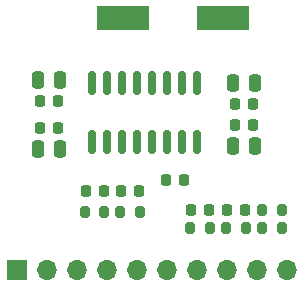
<source format=gbr>
%TF.GenerationSoftware,KiCad,Pcbnew,7.0.7*%
%TF.CreationDate,2025-01-01T11:59:36+10:30*%
%TF.ProjectId,V9261F_Breakout,56393236-3146-45f4-9272-65616b6f7574,rev?*%
%TF.SameCoordinates,Original*%
%TF.FileFunction,Soldermask,Top*%
%TF.FilePolarity,Negative*%
%FSLAX46Y46*%
G04 Gerber Fmt 4.6, Leading zero omitted, Abs format (unit mm)*
G04 Created by KiCad (PCBNEW 7.0.7) date 2025-01-01 11:59:36*
%MOMM*%
%LPD*%
G01*
G04 APERTURE LIST*
G04 Aperture macros list*
%AMRoundRect*
0 Rectangle with rounded corners*
0 $1 Rounding radius*
0 $2 $3 $4 $5 $6 $7 $8 $9 X,Y pos of 4 corners*
0 Add a 4 corners polygon primitive as box body*
4,1,4,$2,$3,$4,$5,$6,$7,$8,$9,$2,$3,0*
0 Add four circle primitives for the rounded corners*
1,1,$1+$1,$2,$3*
1,1,$1+$1,$4,$5*
1,1,$1+$1,$6,$7*
1,1,$1+$1,$8,$9*
0 Add four rect primitives between the rounded corners*
20,1,$1+$1,$2,$3,$4,$5,0*
20,1,$1+$1,$4,$5,$6,$7,0*
20,1,$1+$1,$6,$7,$8,$9,0*
20,1,$1+$1,$8,$9,$2,$3,0*%
G04 Aperture macros list end*
%ADD10RoundRect,0.250000X-0.250000X-0.475000X0.250000X-0.475000X0.250000X0.475000X-0.250000X0.475000X0*%
%ADD11RoundRect,0.250000X0.250000X0.475000X-0.250000X0.475000X-0.250000X-0.475000X0.250000X-0.475000X0*%
%ADD12RoundRect,0.225000X-0.225000X-0.250000X0.225000X-0.250000X0.225000X0.250000X-0.225000X0.250000X0*%
%ADD13R,4.500000X2.000000*%
%ADD14RoundRect,0.200000X0.200000X0.275000X-0.200000X0.275000X-0.200000X-0.275000X0.200000X-0.275000X0*%
%ADD15RoundRect,0.225000X0.225000X0.250000X-0.225000X0.250000X-0.225000X-0.250000X0.225000X-0.250000X0*%
%ADD16R,1.700000X1.700000*%
%ADD17O,1.700000X1.700000*%
%ADD18RoundRect,0.150000X0.150000X-0.850000X0.150000X0.850000X-0.150000X0.850000X-0.150000X-0.850000X0*%
%ADD19RoundRect,0.200000X-0.200000X-0.275000X0.200000X-0.275000X0.200000X0.275000X-0.200000X0.275000X0*%
G04 APERTURE END LIST*
D10*
%TO.C,C3*%
X141417000Y-83566000D03*
X143317000Y-83566000D03*
%TD*%
D11*
%TO.C,C8*%
X143317000Y-89408000D03*
X141417000Y-89408000D03*
%TD*%
D12*
%TO.C,C2*%
X141592000Y-85344000D03*
X143142000Y-85344000D03*
%TD*%
%TO.C,C10*%
X154406000Y-94615000D03*
X155956000Y-94615000D03*
%TD*%
D13*
%TO.C,Y1*%
X157158000Y-78359000D03*
X148658000Y-78359000D03*
%TD*%
D14*
%TO.C,R6*%
X150050000Y-94742000D03*
X148400000Y-94742000D03*
%TD*%
D15*
%TO.C,C5*%
X159652000Y-87376000D03*
X158102000Y-87376000D03*
%TD*%
D10*
%TO.C,C4*%
X157927000Y-83820000D03*
X159827000Y-83820000D03*
%TD*%
D14*
%TO.C,R3*%
X156006000Y-96139000D03*
X154356000Y-96139000D03*
%TD*%
D15*
%TO.C,C12*%
X147029000Y-92964000D03*
X145479000Y-92964000D03*
%TD*%
D12*
%TO.C,C11*%
X157467000Y-94615000D03*
X159017000Y-94615000D03*
%TD*%
D16*
%TO.C,J1*%
X139700000Y-99695000D03*
D17*
X142240000Y-99695000D03*
X144780000Y-99695000D03*
X147320000Y-99695000D03*
X149860000Y-99695000D03*
X152400000Y-99695000D03*
X154940000Y-99695000D03*
X157480000Y-99695000D03*
X160020000Y-99695000D03*
X162560000Y-99695000D03*
%TD*%
D18*
%TO.C,U1*%
X146050000Y-88860000D03*
X147320000Y-88860000D03*
X148590000Y-88860000D03*
X149860000Y-88860000D03*
X151130000Y-88860000D03*
X152400000Y-88860000D03*
X153670000Y-88860000D03*
X154940000Y-88860000D03*
X154940000Y-83860000D03*
X153670000Y-83860000D03*
X152400000Y-83860000D03*
X151130000Y-83860000D03*
X149860000Y-83860000D03*
X148590000Y-83860000D03*
X147320000Y-83860000D03*
X146050000Y-83860000D03*
%TD*%
D19*
%TO.C,R1*%
X157404000Y-96139000D03*
X159054000Y-96139000D03*
%TD*%
%TO.C,R2*%
X160452000Y-96139000D03*
X162102000Y-96139000D03*
%TD*%
D15*
%TO.C,C13*%
X150013000Y-92964000D03*
X148463000Y-92964000D03*
%TD*%
D12*
%TO.C,C1*%
X158102000Y-85598000D03*
X159652000Y-85598000D03*
%TD*%
%TO.C,C9*%
X152260000Y-92075000D03*
X153810000Y-92075000D03*
%TD*%
D19*
%TO.C,R5*%
X145416000Y-94742000D03*
X147066000Y-94742000D03*
%TD*%
D15*
%TO.C,C7*%
X143142000Y-87630000D03*
X141592000Y-87630000D03*
%TD*%
D14*
%TO.C,R4*%
X162102000Y-94615000D03*
X160452000Y-94615000D03*
%TD*%
D11*
%TO.C,C6*%
X159827000Y-89154000D03*
X157927000Y-89154000D03*
%TD*%
M02*

</source>
